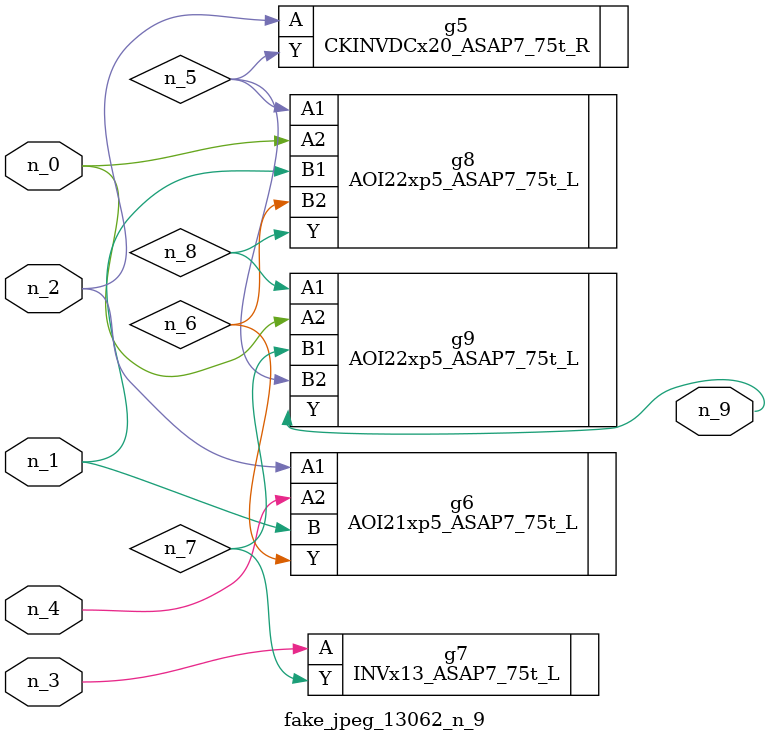
<source format=v>
module fake_jpeg_13062_n_9 (n_3, n_2, n_1, n_0, n_4, n_9);

input n_3;
input n_2;
input n_1;
input n_0;
input n_4;

output n_9;

wire n_8;
wire n_6;
wire n_5;
wire n_7;

CKINVDCx20_ASAP7_75t_R g5 ( 
.A(n_2),
.Y(n_5)
);

AOI21xp5_ASAP7_75t_L g6 ( 
.A1(n_2),
.A2(n_4),
.B(n_1),
.Y(n_6)
);

INVx13_ASAP7_75t_L g7 ( 
.A(n_3),
.Y(n_7)
);

AOI22xp5_ASAP7_75t_L g8 ( 
.A1(n_5),
.A2(n_0),
.B1(n_1),
.B2(n_6),
.Y(n_8)
);

AOI22xp5_ASAP7_75t_L g9 ( 
.A1(n_8),
.A2(n_0),
.B1(n_7),
.B2(n_5),
.Y(n_9)
);


endmodule
</source>
